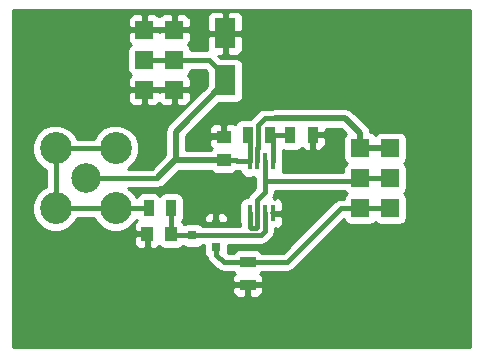
<source format=gbr>
G04 #@! TF.FileFunction,Copper,L1,Top,Signal*
%FSLAX46Y46*%
G04 Gerber Fmt 4.6, Leading zero omitted, Abs format (unit mm)*
G04 Created by KiCad (PCBNEW 201609251018+7233~55~ubuntu16.04.1-) date Thu Sep 29 13:16:48 2016*
%MOMM*%
%LPD*%
G01*
G04 APERTURE LIST*
%ADD10C,0.100000*%
%ADD11R,1.250000X1.000000*%
%ADD12R,1.000000X1.250000*%
%ADD13R,1.800860X2.499360*%
%ADD14R,1.524000X1.524000*%
%ADD15C,6.000000*%
%ADD16C,2.700000*%
%ADD17C,2.500000*%
%ADD18R,0.800100X0.800100*%
%ADD19R,0.889000X1.397000*%
%ADD20R,1.397000X0.889000*%
%ADD21R,0.450000X1.450000*%
%ADD22C,0.800000*%
%ADD23C,0.500000*%
%ADD24C,0.400000*%
%ADD25C,0.254000*%
G04 APERTURE END LIST*
D10*
D11*
X54356000Y-37100000D03*
X54356000Y-39100000D03*
D12*
X47895000Y-45339000D03*
X49895000Y-45339000D03*
D13*
X54483000Y-28354020D03*
X54483000Y-32351980D03*
D14*
X47625000Y-33147000D03*
X50165000Y-33147000D03*
X47625000Y-30607000D03*
X50165000Y-30607000D03*
X47625000Y-28067000D03*
X50165000Y-28067000D03*
X68453000Y-40640000D03*
X65913000Y-40640000D03*
X68453000Y-43180000D03*
X65913000Y-43180000D03*
X68453000Y-38100000D03*
X65913000Y-38100000D03*
D15*
X71120000Y-30480000D03*
X40640000Y-50800000D03*
X40640000Y-30480000D03*
X71120000Y-50800000D03*
D16*
X45212000Y-43180000D03*
X40132000Y-43180000D03*
X40132000Y-38100000D03*
X45212000Y-38100000D03*
D17*
X42672000Y-40640000D03*
D18*
X51706780Y-45466000D03*
X53705760Y-44516000D03*
X53705760Y-46416000D03*
D19*
X48006000Y-43180000D03*
X49911000Y-43180000D03*
D20*
X56388000Y-49657000D03*
X56388000Y-47752000D03*
D19*
X58293000Y-36957000D03*
X56388000Y-36957000D03*
X61912500Y-36957000D03*
X60007500Y-36957000D03*
D21*
X56556000Y-39202000D03*
X57206000Y-39202000D03*
X57856000Y-39202000D03*
X58506000Y-39202000D03*
X58506000Y-43602000D03*
X57856000Y-43602000D03*
X57206000Y-43602000D03*
X56556000Y-43602000D03*
D22*
X61722000Y-39116000D03*
X59690000Y-43688000D03*
X52324000Y-37084000D03*
X52324000Y-40640000D03*
X54356000Y-42164000D03*
X52070000Y-42164000D03*
D23*
X50222998Y-39100000D02*
X50292000Y-39030998D01*
X50292000Y-39030998D02*
X50292000Y-36703000D01*
X50292000Y-36703000D02*
X54483000Y-32512000D01*
X54483000Y-32512000D02*
X54483000Y-32351980D01*
X50222998Y-39100000D02*
X54356000Y-39100000D01*
D24*
X48768000Y-40554998D02*
X48682998Y-40640000D01*
D23*
X50222998Y-39100000D02*
X48768000Y-40554998D01*
D24*
X50165000Y-30607000D02*
X53087270Y-30607000D01*
X53087270Y-30607000D02*
X54483000Y-32002730D01*
X54483000Y-32002730D02*
X54483000Y-32351980D01*
X47625000Y-30607000D02*
X50165000Y-30607000D01*
X48682998Y-40640000D02*
X44457064Y-40640000D01*
X44457064Y-40640000D02*
X42689298Y-40640000D01*
X54356000Y-39100000D02*
X54231000Y-39100000D01*
X54356000Y-39100000D02*
X55381000Y-39100000D01*
X55381000Y-39100000D02*
X55483000Y-39202000D01*
X55483000Y-39202000D02*
X56556000Y-39202000D01*
X56556000Y-39202000D02*
X56556000Y-37125000D01*
X56556000Y-37125000D02*
X56388000Y-36957000D01*
D23*
X61912500Y-36957000D02*
X61912500Y-38925500D01*
X61912500Y-38925500D02*
X61722000Y-39116000D01*
X59690000Y-43688000D02*
X58617001Y-43688000D01*
X58617001Y-43688000D02*
X58531001Y-43602000D01*
X52324000Y-37084000D02*
X54340000Y-37084000D01*
X54340000Y-37084000D02*
X54356000Y-37100000D01*
X54356000Y-42164000D02*
X53848000Y-42164000D01*
X53848000Y-42164000D02*
X52324000Y-40640000D01*
X51755000Y-42479000D02*
X52070000Y-42164000D01*
D24*
X51706780Y-45466000D02*
X50022000Y-45466000D01*
X50022000Y-45466000D02*
X49895000Y-45339000D01*
X51706780Y-45466000D02*
X57490542Y-45466000D01*
X57490542Y-45466000D02*
X57856000Y-45100542D01*
X57856000Y-45100542D02*
X57856000Y-43602000D01*
X49895000Y-45339000D02*
X49895000Y-43196000D01*
X49895000Y-43196000D02*
X49911000Y-43180000D01*
X57856000Y-40894000D02*
X65532000Y-40894000D01*
X65532000Y-40894000D02*
X65786000Y-40640000D01*
X68453000Y-40640000D02*
X65913000Y-40640000D01*
X57206000Y-44727000D02*
X57206000Y-43602000D01*
X57067011Y-44865989D02*
X57206000Y-44727000D01*
X56694989Y-44865989D02*
X57067011Y-44865989D01*
X56556000Y-43602000D02*
X56556000Y-44727000D01*
X56556000Y-44727000D02*
X56694989Y-44865989D01*
X57181000Y-43602000D02*
X57206000Y-43602000D01*
X57856000Y-40894000D02*
X57856000Y-40327000D01*
X57856000Y-41827000D02*
X57856000Y-40894000D01*
X57206000Y-43602000D02*
X57206000Y-42477000D01*
X57206000Y-42477000D02*
X57856000Y-41827000D01*
X57856000Y-40327000D02*
X57856000Y-39202000D01*
X65913000Y-43180000D02*
X68453000Y-43180000D01*
X64262000Y-43180000D02*
X65913000Y-43180000D01*
X56388000Y-47752000D02*
X59690000Y-47752000D01*
X59690000Y-47752000D02*
X64262000Y-43180000D01*
X53705760Y-46416000D02*
X53705760Y-47101760D01*
X53705760Y-47101760D02*
X54356000Y-47752000D01*
X54356000Y-47752000D02*
X56388000Y-47752000D01*
X64408000Y-35560000D02*
X58674000Y-35560000D01*
X58674000Y-35560000D02*
X57826998Y-35560000D01*
D23*
X65913000Y-38100000D02*
X65913000Y-36838000D01*
X65913000Y-36838000D02*
X64635000Y-35560000D01*
X64635000Y-35560000D02*
X58674000Y-35560000D01*
X68453000Y-38100000D02*
X65913000Y-38100000D01*
D24*
X57826998Y-35560000D02*
X57232501Y-36154497D01*
X57232501Y-36154497D02*
X57232501Y-38050499D01*
X57232501Y-38050499D02*
X57206000Y-38077000D01*
X57206000Y-38077000D02*
X57206000Y-39202000D01*
X40149298Y-38100000D02*
X45229298Y-38100000D01*
X40149298Y-43180000D02*
X40149298Y-41270812D01*
X40149298Y-41270812D02*
X40149298Y-38100000D01*
X45229298Y-43180000D02*
X40149298Y-43180000D01*
X48006000Y-43180000D02*
X45229298Y-43180000D01*
X58293000Y-36957000D02*
X60007500Y-36957000D01*
X58506000Y-39202000D02*
X58506000Y-37170000D01*
X58506000Y-37170000D02*
X58293000Y-36957000D01*
D25*
G36*
X75236000Y-54916000D02*
X36524000Y-54916000D01*
X36524000Y-49942750D01*
X55054500Y-49942750D01*
X55054500Y-50227809D01*
X55151173Y-50461198D01*
X55329801Y-50639827D01*
X55563190Y-50736500D01*
X56102250Y-50736500D01*
X56261000Y-50577750D01*
X56261000Y-49784000D01*
X56515000Y-49784000D01*
X56515000Y-50577750D01*
X56673750Y-50736500D01*
X57212810Y-50736500D01*
X57446199Y-50639827D01*
X57624827Y-50461198D01*
X57721500Y-50227809D01*
X57721500Y-49942750D01*
X57562750Y-49784000D01*
X56515000Y-49784000D01*
X56261000Y-49784000D01*
X55213250Y-49784000D01*
X55054500Y-49942750D01*
X36524000Y-49942750D01*
X36524000Y-45624750D01*
X46760000Y-45624750D01*
X46760000Y-46090310D01*
X46856673Y-46323699D01*
X47035302Y-46502327D01*
X47268691Y-46599000D01*
X47609250Y-46599000D01*
X47768000Y-46440250D01*
X47768000Y-45466000D01*
X46918750Y-45466000D01*
X46760000Y-45624750D01*
X36524000Y-45624750D01*
X36524000Y-38493109D01*
X38146657Y-38493109D01*
X38448218Y-39222943D01*
X39006120Y-39781819D01*
X39314298Y-39909786D01*
X39314298Y-41370095D01*
X39009057Y-41496218D01*
X38450181Y-42054120D01*
X38147346Y-42783427D01*
X38146657Y-43573109D01*
X38448218Y-44302943D01*
X39006120Y-44861819D01*
X39735427Y-45164654D01*
X40525109Y-45165343D01*
X41254943Y-44863782D01*
X41813819Y-44305880D01*
X41934603Y-44015000D01*
X43409242Y-44015000D01*
X43528218Y-44302943D01*
X44086120Y-44861819D01*
X44815427Y-45164654D01*
X45605109Y-45165343D01*
X46334943Y-44863782D01*
X46893819Y-44305880D01*
X46966463Y-44130934D01*
X47011956Y-44199019D01*
X46856673Y-44354301D01*
X46760000Y-44587690D01*
X46760000Y-45053250D01*
X46918750Y-45212000D01*
X47768000Y-45212000D01*
X47768000Y-45192000D01*
X48022000Y-45192000D01*
X48022000Y-45212000D01*
X48042000Y-45212000D01*
X48042000Y-45466000D01*
X48022000Y-45466000D01*
X48022000Y-46440250D01*
X48180750Y-46599000D01*
X48521309Y-46599000D01*
X48754698Y-46502327D01*
X48896346Y-46360680D01*
X48937191Y-46421809D01*
X49147235Y-46562157D01*
X49395000Y-46611440D01*
X50395000Y-46611440D01*
X50642765Y-46562157D01*
X50852809Y-46421809D01*
X50896856Y-46355888D01*
X51058965Y-46464207D01*
X51306730Y-46513490D01*
X52106830Y-46513490D01*
X52354595Y-46464207D01*
X52564639Y-46323859D01*
X52579913Y-46301000D01*
X52658270Y-46301000D01*
X52658270Y-46816050D01*
X52707553Y-47063815D01*
X52847901Y-47273859D01*
X52913744Y-47317854D01*
X52934321Y-47421301D01*
X52962511Y-47463490D01*
X53115326Y-47692194D01*
X53765566Y-48342434D01*
X54036459Y-48523439D01*
X54356000Y-48587000D01*
X55186716Y-48587000D01*
X55231691Y-48654309D01*
X55302411Y-48701563D01*
X55151173Y-48852802D01*
X55054500Y-49086191D01*
X55054500Y-49371250D01*
X55213250Y-49530000D01*
X56261000Y-49530000D01*
X56261000Y-49510000D01*
X56515000Y-49510000D01*
X56515000Y-49530000D01*
X57562750Y-49530000D01*
X57721500Y-49371250D01*
X57721500Y-49086191D01*
X57624827Y-48852802D01*
X57473589Y-48701563D01*
X57544309Y-48654309D01*
X57589284Y-48587000D01*
X59690000Y-48587000D01*
X60009541Y-48523439D01*
X60280434Y-48342434D01*
X64532977Y-44089891D01*
X64552843Y-44189765D01*
X64693191Y-44399809D01*
X64903235Y-44540157D01*
X65151000Y-44589440D01*
X66675000Y-44589440D01*
X66922765Y-44540157D01*
X67132809Y-44399809D01*
X67183000Y-44324693D01*
X67233191Y-44399809D01*
X67443235Y-44540157D01*
X67691000Y-44589440D01*
X69215000Y-44589440D01*
X69462765Y-44540157D01*
X69672809Y-44399809D01*
X69813157Y-44189765D01*
X69862440Y-43942000D01*
X69862440Y-42418000D01*
X69813157Y-42170235D01*
X69672809Y-41960191D01*
X69597693Y-41910000D01*
X69672809Y-41859809D01*
X69813157Y-41649765D01*
X69862440Y-41402000D01*
X69862440Y-39878000D01*
X69813157Y-39630235D01*
X69672809Y-39420191D01*
X69597693Y-39370000D01*
X69672809Y-39319809D01*
X69813157Y-39109765D01*
X69862440Y-38862000D01*
X69862440Y-37338000D01*
X69813157Y-37090235D01*
X69672809Y-36880191D01*
X69462765Y-36739843D01*
X69215000Y-36690560D01*
X67691000Y-36690560D01*
X67443235Y-36739843D01*
X67233191Y-36880191D01*
X67183000Y-36955307D01*
X67132809Y-36880191D01*
X66922765Y-36739843D01*
X66772532Y-36709960D01*
X66730633Y-36499326D01*
X66730633Y-36499325D01*
X66538790Y-36212210D01*
X66538787Y-36212208D01*
X65260790Y-34934210D01*
X64973675Y-34742367D01*
X64886366Y-34725000D01*
X64635000Y-34674999D01*
X64634995Y-34675000D01*
X58674000Y-34675000D01*
X58422634Y-34725000D01*
X57826998Y-34725000D01*
X57507458Y-34788560D01*
X57236564Y-34969566D01*
X56642067Y-35564063D01*
X56610665Y-35611060D01*
X55943500Y-35611060D01*
X55695735Y-35660343D01*
X55485691Y-35800691D01*
X55345343Y-36010735D01*
X55335629Y-36059573D01*
X55107310Y-35965000D01*
X54641750Y-35965000D01*
X54483000Y-36123750D01*
X54483000Y-36973000D01*
X54503000Y-36973000D01*
X54503000Y-37227000D01*
X54483000Y-37227000D01*
X54483000Y-37247000D01*
X54229000Y-37247000D01*
X54229000Y-37227000D01*
X53254750Y-37227000D01*
X53096000Y-37385750D01*
X53096000Y-37726309D01*
X53192673Y-37959698D01*
X53334320Y-38101346D01*
X53273191Y-38142191D01*
X53224541Y-38215000D01*
X51177000Y-38215000D01*
X51177000Y-37069580D01*
X51772888Y-36473691D01*
X53096000Y-36473691D01*
X53096000Y-36814250D01*
X53254750Y-36973000D01*
X54229000Y-36973000D01*
X54229000Y-36123750D01*
X54070250Y-35965000D01*
X53604690Y-35965000D01*
X53371301Y-36061673D01*
X53192673Y-36240302D01*
X53096000Y-36473691D01*
X51772888Y-36473691D01*
X53997479Y-34249100D01*
X55383430Y-34249100D01*
X55631195Y-34199817D01*
X55841239Y-34059469D01*
X55981587Y-33849425D01*
X56030870Y-33601660D01*
X56030870Y-31102300D01*
X55981587Y-30854535D01*
X55841239Y-30644491D01*
X55631195Y-30504143D01*
X55383430Y-30454860D01*
X54115998Y-30454860D01*
X53899838Y-30238700D01*
X54197250Y-30238700D01*
X54356000Y-30079950D01*
X54356000Y-28481020D01*
X54610000Y-28481020D01*
X54610000Y-30079950D01*
X54768750Y-30238700D01*
X55509740Y-30238700D01*
X55743129Y-30142027D01*
X55921757Y-29963398D01*
X56018430Y-29730009D01*
X56018430Y-28639770D01*
X55859680Y-28481020D01*
X54610000Y-28481020D01*
X54356000Y-28481020D01*
X53106320Y-28481020D01*
X52947570Y-28639770D01*
X52947570Y-29730009D01*
X52964963Y-29772000D01*
X51559920Y-29772000D01*
X51525157Y-29597235D01*
X51384809Y-29387191D01*
X51314088Y-29339937D01*
X51465327Y-29188699D01*
X51562000Y-28955310D01*
X51562000Y-28352750D01*
X51403250Y-28194000D01*
X50292000Y-28194000D01*
X50292000Y-28214000D01*
X50038000Y-28214000D01*
X50038000Y-28194000D01*
X48926750Y-28194000D01*
X48895000Y-28225750D01*
X48863250Y-28194000D01*
X47752000Y-28194000D01*
X47752000Y-28214000D01*
X47498000Y-28214000D01*
X47498000Y-28194000D01*
X46386750Y-28194000D01*
X46228000Y-28352750D01*
X46228000Y-28955310D01*
X46324673Y-29188699D01*
X46475912Y-29339937D01*
X46405191Y-29387191D01*
X46264843Y-29597235D01*
X46215560Y-29845000D01*
X46215560Y-31369000D01*
X46264843Y-31616765D01*
X46405191Y-31826809D01*
X46475912Y-31874063D01*
X46324673Y-32025301D01*
X46228000Y-32258690D01*
X46228000Y-32861250D01*
X46386750Y-33020000D01*
X47498000Y-33020000D01*
X47498000Y-33000000D01*
X47752000Y-33000000D01*
X47752000Y-33020000D01*
X48863250Y-33020000D01*
X48895000Y-32988250D01*
X48926750Y-33020000D01*
X50038000Y-33020000D01*
X50038000Y-33000000D01*
X50292000Y-33000000D01*
X50292000Y-33020000D01*
X51403250Y-33020000D01*
X51562000Y-32861250D01*
X51562000Y-32258690D01*
X51465327Y-32025301D01*
X51314088Y-31874063D01*
X51384809Y-31826809D01*
X51525157Y-31616765D01*
X51559920Y-31442000D01*
X52741402Y-31442000D01*
X52935130Y-31635728D01*
X52935130Y-32808291D01*
X49666210Y-36077210D01*
X49474367Y-36364325D01*
X49474367Y-36364326D01*
X49406999Y-36703000D01*
X49407000Y-36703005D01*
X49407000Y-38664419D01*
X48266418Y-39805000D01*
X46283591Y-39805000D01*
X46334943Y-39783782D01*
X46893819Y-39225880D01*
X47196654Y-38496573D01*
X47197343Y-37706891D01*
X46895782Y-36977057D01*
X46337880Y-36418181D01*
X45608573Y-36115346D01*
X44818891Y-36114657D01*
X44089057Y-36416218D01*
X43530181Y-36974120D01*
X43409397Y-37265000D01*
X41934758Y-37265000D01*
X41815782Y-36977057D01*
X41257880Y-36418181D01*
X40528573Y-36115346D01*
X39738891Y-36114657D01*
X39009057Y-36416218D01*
X38450181Y-36974120D01*
X38147346Y-37703427D01*
X38146657Y-38493109D01*
X36524000Y-38493109D01*
X36524000Y-33432750D01*
X46228000Y-33432750D01*
X46228000Y-34035310D01*
X46324673Y-34268699D01*
X46503302Y-34447327D01*
X46736691Y-34544000D01*
X47339250Y-34544000D01*
X47498000Y-34385250D01*
X47498000Y-33274000D01*
X47752000Y-33274000D01*
X47752000Y-34385250D01*
X47910750Y-34544000D01*
X48513309Y-34544000D01*
X48746698Y-34447327D01*
X48895000Y-34299026D01*
X49043302Y-34447327D01*
X49276691Y-34544000D01*
X49879250Y-34544000D01*
X50038000Y-34385250D01*
X50038000Y-33274000D01*
X50292000Y-33274000D01*
X50292000Y-34385250D01*
X50450750Y-34544000D01*
X51053309Y-34544000D01*
X51286698Y-34447327D01*
X51465327Y-34268699D01*
X51562000Y-34035310D01*
X51562000Y-33432750D01*
X51403250Y-33274000D01*
X50292000Y-33274000D01*
X50038000Y-33274000D01*
X48926750Y-33274000D01*
X48895000Y-33305750D01*
X48863250Y-33274000D01*
X47752000Y-33274000D01*
X47498000Y-33274000D01*
X46386750Y-33274000D01*
X46228000Y-33432750D01*
X36524000Y-33432750D01*
X36524000Y-27178690D01*
X46228000Y-27178690D01*
X46228000Y-27781250D01*
X46386750Y-27940000D01*
X47498000Y-27940000D01*
X47498000Y-26828750D01*
X47752000Y-26828750D01*
X47752000Y-27940000D01*
X48863250Y-27940000D01*
X48895000Y-27908250D01*
X48926750Y-27940000D01*
X50038000Y-27940000D01*
X50038000Y-26828750D01*
X50292000Y-26828750D01*
X50292000Y-27940000D01*
X51403250Y-27940000D01*
X51562000Y-27781250D01*
X51562000Y-27178690D01*
X51478885Y-26978031D01*
X52947570Y-26978031D01*
X52947570Y-28068270D01*
X53106320Y-28227020D01*
X54356000Y-28227020D01*
X54356000Y-26628090D01*
X54610000Y-26628090D01*
X54610000Y-28227020D01*
X55859680Y-28227020D01*
X56018430Y-28068270D01*
X56018430Y-26978031D01*
X55921757Y-26744642D01*
X55743129Y-26566013D01*
X55509740Y-26469340D01*
X54768750Y-26469340D01*
X54610000Y-26628090D01*
X54356000Y-26628090D01*
X54197250Y-26469340D01*
X53456260Y-26469340D01*
X53222871Y-26566013D01*
X53044243Y-26744642D01*
X52947570Y-26978031D01*
X51478885Y-26978031D01*
X51465327Y-26945301D01*
X51286698Y-26766673D01*
X51053309Y-26670000D01*
X50450750Y-26670000D01*
X50292000Y-26828750D01*
X50038000Y-26828750D01*
X49879250Y-26670000D01*
X49276691Y-26670000D01*
X49043302Y-26766673D01*
X48895000Y-26914974D01*
X48746698Y-26766673D01*
X48513309Y-26670000D01*
X47910750Y-26670000D01*
X47752000Y-26828750D01*
X47498000Y-26828750D01*
X47339250Y-26670000D01*
X46736691Y-26670000D01*
X46503302Y-26766673D01*
X46324673Y-26945301D01*
X46228000Y-27178690D01*
X36524000Y-27178690D01*
X36524000Y-26364000D01*
X75236000Y-26364000D01*
X75236000Y-54916000D01*
X75236000Y-54916000D01*
G37*
X75236000Y-54916000D02*
X36524000Y-54916000D01*
X36524000Y-49942750D01*
X55054500Y-49942750D01*
X55054500Y-50227809D01*
X55151173Y-50461198D01*
X55329801Y-50639827D01*
X55563190Y-50736500D01*
X56102250Y-50736500D01*
X56261000Y-50577750D01*
X56261000Y-49784000D01*
X56515000Y-49784000D01*
X56515000Y-50577750D01*
X56673750Y-50736500D01*
X57212810Y-50736500D01*
X57446199Y-50639827D01*
X57624827Y-50461198D01*
X57721500Y-50227809D01*
X57721500Y-49942750D01*
X57562750Y-49784000D01*
X56515000Y-49784000D01*
X56261000Y-49784000D01*
X55213250Y-49784000D01*
X55054500Y-49942750D01*
X36524000Y-49942750D01*
X36524000Y-45624750D01*
X46760000Y-45624750D01*
X46760000Y-46090310D01*
X46856673Y-46323699D01*
X47035302Y-46502327D01*
X47268691Y-46599000D01*
X47609250Y-46599000D01*
X47768000Y-46440250D01*
X47768000Y-45466000D01*
X46918750Y-45466000D01*
X46760000Y-45624750D01*
X36524000Y-45624750D01*
X36524000Y-38493109D01*
X38146657Y-38493109D01*
X38448218Y-39222943D01*
X39006120Y-39781819D01*
X39314298Y-39909786D01*
X39314298Y-41370095D01*
X39009057Y-41496218D01*
X38450181Y-42054120D01*
X38147346Y-42783427D01*
X38146657Y-43573109D01*
X38448218Y-44302943D01*
X39006120Y-44861819D01*
X39735427Y-45164654D01*
X40525109Y-45165343D01*
X41254943Y-44863782D01*
X41813819Y-44305880D01*
X41934603Y-44015000D01*
X43409242Y-44015000D01*
X43528218Y-44302943D01*
X44086120Y-44861819D01*
X44815427Y-45164654D01*
X45605109Y-45165343D01*
X46334943Y-44863782D01*
X46893819Y-44305880D01*
X46966463Y-44130934D01*
X47011956Y-44199019D01*
X46856673Y-44354301D01*
X46760000Y-44587690D01*
X46760000Y-45053250D01*
X46918750Y-45212000D01*
X47768000Y-45212000D01*
X47768000Y-45192000D01*
X48022000Y-45192000D01*
X48022000Y-45212000D01*
X48042000Y-45212000D01*
X48042000Y-45466000D01*
X48022000Y-45466000D01*
X48022000Y-46440250D01*
X48180750Y-46599000D01*
X48521309Y-46599000D01*
X48754698Y-46502327D01*
X48896346Y-46360680D01*
X48937191Y-46421809D01*
X49147235Y-46562157D01*
X49395000Y-46611440D01*
X50395000Y-46611440D01*
X50642765Y-46562157D01*
X50852809Y-46421809D01*
X50896856Y-46355888D01*
X51058965Y-46464207D01*
X51306730Y-46513490D01*
X52106830Y-46513490D01*
X52354595Y-46464207D01*
X52564639Y-46323859D01*
X52579913Y-46301000D01*
X52658270Y-46301000D01*
X52658270Y-46816050D01*
X52707553Y-47063815D01*
X52847901Y-47273859D01*
X52913744Y-47317854D01*
X52934321Y-47421301D01*
X52962511Y-47463490D01*
X53115326Y-47692194D01*
X53765566Y-48342434D01*
X54036459Y-48523439D01*
X54356000Y-48587000D01*
X55186716Y-48587000D01*
X55231691Y-48654309D01*
X55302411Y-48701563D01*
X55151173Y-48852802D01*
X55054500Y-49086191D01*
X55054500Y-49371250D01*
X55213250Y-49530000D01*
X56261000Y-49530000D01*
X56261000Y-49510000D01*
X56515000Y-49510000D01*
X56515000Y-49530000D01*
X57562750Y-49530000D01*
X57721500Y-49371250D01*
X57721500Y-49086191D01*
X57624827Y-48852802D01*
X57473589Y-48701563D01*
X57544309Y-48654309D01*
X57589284Y-48587000D01*
X59690000Y-48587000D01*
X60009541Y-48523439D01*
X60280434Y-48342434D01*
X64532977Y-44089891D01*
X64552843Y-44189765D01*
X64693191Y-44399809D01*
X64903235Y-44540157D01*
X65151000Y-44589440D01*
X66675000Y-44589440D01*
X66922765Y-44540157D01*
X67132809Y-44399809D01*
X67183000Y-44324693D01*
X67233191Y-44399809D01*
X67443235Y-44540157D01*
X67691000Y-44589440D01*
X69215000Y-44589440D01*
X69462765Y-44540157D01*
X69672809Y-44399809D01*
X69813157Y-44189765D01*
X69862440Y-43942000D01*
X69862440Y-42418000D01*
X69813157Y-42170235D01*
X69672809Y-41960191D01*
X69597693Y-41910000D01*
X69672809Y-41859809D01*
X69813157Y-41649765D01*
X69862440Y-41402000D01*
X69862440Y-39878000D01*
X69813157Y-39630235D01*
X69672809Y-39420191D01*
X69597693Y-39370000D01*
X69672809Y-39319809D01*
X69813157Y-39109765D01*
X69862440Y-38862000D01*
X69862440Y-37338000D01*
X69813157Y-37090235D01*
X69672809Y-36880191D01*
X69462765Y-36739843D01*
X69215000Y-36690560D01*
X67691000Y-36690560D01*
X67443235Y-36739843D01*
X67233191Y-36880191D01*
X67183000Y-36955307D01*
X67132809Y-36880191D01*
X66922765Y-36739843D01*
X66772532Y-36709960D01*
X66730633Y-36499326D01*
X66730633Y-36499325D01*
X66538790Y-36212210D01*
X66538787Y-36212208D01*
X65260790Y-34934210D01*
X64973675Y-34742367D01*
X64886366Y-34725000D01*
X64635000Y-34674999D01*
X64634995Y-34675000D01*
X58674000Y-34675000D01*
X58422634Y-34725000D01*
X57826998Y-34725000D01*
X57507458Y-34788560D01*
X57236564Y-34969566D01*
X56642067Y-35564063D01*
X56610665Y-35611060D01*
X55943500Y-35611060D01*
X55695735Y-35660343D01*
X55485691Y-35800691D01*
X55345343Y-36010735D01*
X55335629Y-36059573D01*
X55107310Y-35965000D01*
X54641750Y-35965000D01*
X54483000Y-36123750D01*
X54483000Y-36973000D01*
X54503000Y-36973000D01*
X54503000Y-37227000D01*
X54483000Y-37227000D01*
X54483000Y-37247000D01*
X54229000Y-37247000D01*
X54229000Y-37227000D01*
X53254750Y-37227000D01*
X53096000Y-37385750D01*
X53096000Y-37726309D01*
X53192673Y-37959698D01*
X53334320Y-38101346D01*
X53273191Y-38142191D01*
X53224541Y-38215000D01*
X51177000Y-38215000D01*
X51177000Y-37069580D01*
X51772888Y-36473691D01*
X53096000Y-36473691D01*
X53096000Y-36814250D01*
X53254750Y-36973000D01*
X54229000Y-36973000D01*
X54229000Y-36123750D01*
X54070250Y-35965000D01*
X53604690Y-35965000D01*
X53371301Y-36061673D01*
X53192673Y-36240302D01*
X53096000Y-36473691D01*
X51772888Y-36473691D01*
X53997479Y-34249100D01*
X55383430Y-34249100D01*
X55631195Y-34199817D01*
X55841239Y-34059469D01*
X55981587Y-33849425D01*
X56030870Y-33601660D01*
X56030870Y-31102300D01*
X55981587Y-30854535D01*
X55841239Y-30644491D01*
X55631195Y-30504143D01*
X55383430Y-30454860D01*
X54115998Y-30454860D01*
X53899838Y-30238700D01*
X54197250Y-30238700D01*
X54356000Y-30079950D01*
X54356000Y-28481020D01*
X54610000Y-28481020D01*
X54610000Y-30079950D01*
X54768750Y-30238700D01*
X55509740Y-30238700D01*
X55743129Y-30142027D01*
X55921757Y-29963398D01*
X56018430Y-29730009D01*
X56018430Y-28639770D01*
X55859680Y-28481020D01*
X54610000Y-28481020D01*
X54356000Y-28481020D01*
X53106320Y-28481020D01*
X52947570Y-28639770D01*
X52947570Y-29730009D01*
X52964963Y-29772000D01*
X51559920Y-29772000D01*
X51525157Y-29597235D01*
X51384809Y-29387191D01*
X51314088Y-29339937D01*
X51465327Y-29188699D01*
X51562000Y-28955310D01*
X51562000Y-28352750D01*
X51403250Y-28194000D01*
X50292000Y-28194000D01*
X50292000Y-28214000D01*
X50038000Y-28214000D01*
X50038000Y-28194000D01*
X48926750Y-28194000D01*
X48895000Y-28225750D01*
X48863250Y-28194000D01*
X47752000Y-28194000D01*
X47752000Y-28214000D01*
X47498000Y-28214000D01*
X47498000Y-28194000D01*
X46386750Y-28194000D01*
X46228000Y-28352750D01*
X46228000Y-28955310D01*
X46324673Y-29188699D01*
X46475912Y-29339937D01*
X46405191Y-29387191D01*
X46264843Y-29597235D01*
X46215560Y-29845000D01*
X46215560Y-31369000D01*
X46264843Y-31616765D01*
X46405191Y-31826809D01*
X46475912Y-31874063D01*
X46324673Y-32025301D01*
X46228000Y-32258690D01*
X46228000Y-32861250D01*
X46386750Y-33020000D01*
X47498000Y-33020000D01*
X47498000Y-33000000D01*
X47752000Y-33000000D01*
X47752000Y-33020000D01*
X48863250Y-33020000D01*
X48895000Y-32988250D01*
X48926750Y-33020000D01*
X50038000Y-33020000D01*
X50038000Y-33000000D01*
X50292000Y-33000000D01*
X50292000Y-33020000D01*
X51403250Y-33020000D01*
X51562000Y-32861250D01*
X51562000Y-32258690D01*
X51465327Y-32025301D01*
X51314088Y-31874063D01*
X51384809Y-31826809D01*
X51525157Y-31616765D01*
X51559920Y-31442000D01*
X52741402Y-31442000D01*
X52935130Y-31635728D01*
X52935130Y-32808291D01*
X49666210Y-36077210D01*
X49474367Y-36364325D01*
X49474367Y-36364326D01*
X49406999Y-36703000D01*
X49407000Y-36703005D01*
X49407000Y-38664419D01*
X48266418Y-39805000D01*
X46283591Y-39805000D01*
X46334943Y-39783782D01*
X46893819Y-39225880D01*
X47196654Y-38496573D01*
X47197343Y-37706891D01*
X46895782Y-36977057D01*
X46337880Y-36418181D01*
X45608573Y-36115346D01*
X44818891Y-36114657D01*
X44089057Y-36416218D01*
X43530181Y-36974120D01*
X43409397Y-37265000D01*
X41934758Y-37265000D01*
X41815782Y-36977057D01*
X41257880Y-36418181D01*
X40528573Y-36115346D01*
X39738891Y-36114657D01*
X39009057Y-36416218D01*
X38450181Y-36974120D01*
X38147346Y-37703427D01*
X38146657Y-38493109D01*
X36524000Y-38493109D01*
X36524000Y-33432750D01*
X46228000Y-33432750D01*
X46228000Y-34035310D01*
X46324673Y-34268699D01*
X46503302Y-34447327D01*
X46736691Y-34544000D01*
X47339250Y-34544000D01*
X47498000Y-34385250D01*
X47498000Y-33274000D01*
X47752000Y-33274000D01*
X47752000Y-34385250D01*
X47910750Y-34544000D01*
X48513309Y-34544000D01*
X48746698Y-34447327D01*
X48895000Y-34299026D01*
X49043302Y-34447327D01*
X49276691Y-34544000D01*
X49879250Y-34544000D01*
X50038000Y-34385250D01*
X50038000Y-33274000D01*
X50292000Y-33274000D01*
X50292000Y-34385250D01*
X50450750Y-34544000D01*
X51053309Y-34544000D01*
X51286698Y-34447327D01*
X51465327Y-34268699D01*
X51562000Y-34035310D01*
X51562000Y-33432750D01*
X51403250Y-33274000D01*
X50292000Y-33274000D01*
X50038000Y-33274000D01*
X48926750Y-33274000D01*
X48895000Y-33305750D01*
X48863250Y-33274000D01*
X47752000Y-33274000D01*
X47498000Y-33274000D01*
X46386750Y-33274000D01*
X46228000Y-33432750D01*
X36524000Y-33432750D01*
X36524000Y-27178690D01*
X46228000Y-27178690D01*
X46228000Y-27781250D01*
X46386750Y-27940000D01*
X47498000Y-27940000D01*
X47498000Y-26828750D01*
X47752000Y-26828750D01*
X47752000Y-27940000D01*
X48863250Y-27940000D01*
X48895000Y-27908250D01*
X48926750Y-27940000D01*
X50038000Y-27940000D01*
X50038000Y-26828750D01*
X50292000Y-26828750D01*
X50292000Y-27940000D01*
X51403250Y-27940000D01*
X51562000Y-27781250D01*
X51562000Y-27178690D01*
X51478885Y-26978031D01*
X52947570Y-26978031D01*
X52947570Y-28068270D01*
X53106320Y-28227020D01*
X54356000Y-28227020D01*
X54356000Y-26628090D01*
X54610000Y-26628090D01*
X54610000Y-28227020D01*
X55859680Y-28227020D01*
X56018430Y-28068270D01*
X56018430Y-26978031D01*
X55921757Y-26744642D01*
X55743129Y-26566013D01*
X55509740Y-26469340D01*
X54768750Y-26469340D01*
X54610000Y-26628090D01*
X54356000Y-26628090D01*
X54197250Y-26469340D01*
X53456260Y-26469340D01*
X53222871Y-26566013D01*
X53044243Y-26744642D01*
X52947570Y-26978031D01*
X51478885Y-26978031D01*
X51465327Y-26945301D01*
X51286698Y-26766673D01*
X51053309Y-26670000D01*
X50450750Y-26670000D01*
X50292000Y-26828750D01*
X50038000Y-26828750D01*
X49879250Y-26670000D01*
X49276691Y-26670000D01*
X49043302Y-26766673D01*
X48895000Y-26914974D01*
X48746698Y-26766673D01*
X48513309Y-26670000D01*
X47910750Y-26670000D01*
X47752000Y-26828750D01*
X47498000Y-26828750D01*
X47339250Y-26670000D01*
X46736691Y-26670000D01*
X46503302Y-26766673D01*
X46324673Y-26945301D01*
X46228000Y-27178690D01*
X36524000Y-27178690D01*
X36524000Y-26364000D01*
X75236000Y-26364000D01*
X75236000Y-54916000D01*
G36*
X64693191Y-41859809D02*
X64768307Y-41910000D01*
X64693191Y-41960191D01*
X64552843Y-42170235D01*
X64518080Y-42345000D01*
X64262000Y-42345000D01*
X63942459Y-42408561D01*
X63779717Y-42517302D01*
X63671566Y-42589566D01*
X59344132Y-46917000D01*
X57589284Y-46917000D01*
X57544309Y-46849691D01*
X57334265Y-46709343D01*
X57086500Y-46660060D01*
X55689500Y-46660060D01*
X55441735Y-46709343D01*
X55231691Y-46849691D01*
X55186716Y-46917000D01*
X54733170Y-46917000D01*
X54753250Y-46816050D01*
X54753250Y-46301000D01*
X57490542Y-46301000D01*
X57810083Y-46237439D01*
X58080976Y-46056434D01*
X58446434Y-45690976D01*
X58627440Y-45420082D01*
X58691000Y-45100542D01*
X58691000Y-44875750D01*
X58777250Y-44962000D01*
X58857310Y-44962000D01*
X59090699Y-44865327D01*
X59269327Y-44686698D01*
X59366000Y-44453309D01*
X59366000Y-43887750D01*
X59207250Y-43729000D01*
X58728440Y-43729000D01*
X58728440Y-43475000D01*
X59207250Y-43475000D01*
X59366000Y-43316250D01*
X59366000Y-42750691D01*
X59269327Y-42517302D01*
X59090699Y-42338673D01*
X58857310Y-42242000D01*
X58777250Y-42242000D01*
X58633002Y-42386248D01*
X58633002Y-42242000D01*
X58563655Y-42242000D01*
X58627439Y-42146541D01*
X58691000Y-41827000D01*
X58691000Y-41729000D01*
X64605787Y-41729000D01*
X64693191Y-41859809D01*
X64693191Y-41859809D01*
G37*
X64693191Y-41859809D02*
X64768307Y-41910000D01*
X64693191Y-41960191D01*
X64552843Y-42170235D01*
X64518080Y-42345000D01*
X64262000Y-42345000D01*
X63942459Y-42408561D01*
X63779717Y-42517302D01*
X63671566Y-42589566D01*
X59344132Y-46917000D01*
X57589284Y-46917000D01*
X57544309Y-46849691D01*
X57334265Y-46709343D01*
X57086500Y-46660060D01*
X55689500Y-46660060D01*
X55441735Y-46709343D01*
X55231691Y-46849691D01*
X55186716Y-46917000D01*
X54733170Y-46917000D01*
X54753250Y-46816050D01*
X54753250Y-46301000D01*
X57490542Y-46301000D01*
X57810083Y-46237439D01*
X58080976Y-46056434D01*
X58446434Y-45690976D01*
X58627440Y-45420082D01*
X58691000Y-45100542D01*
X58691000Y-44875750D01*
X58777250Y-44962000D01*
X58857310Y-44962000D01*
X59090699Y-44865327D01*
X59269327Y-44686698D01*
X59366000Y-44453309D01*
X59366000Y-43887750D01*
X59207250Y-43729000D01*
X58728440Y-43729000D01*
X58728440Y-43475000D01*
X59207250Y-43475000D01*
X59366000Y-43316250D01*
X59366000Y-42750691D01*
X59269327Y-42517302D01*
X59090699Y-42338673D01*
X58857310Y-42242000D01*
X58777250Y-42242000D01*
X58633002Y-42386248D01*
X58633002Y-42242000D01*
X58563655Y-42242000D01*
X58627439Y-42146541D01*
X58691000Y-41827000D01*
X58691000Y-41729000D01*
X64605787Y-41729000D01*
X64693191Y-41859809D01*
G36*
X53273191Y-40057809D02*
X53483235Y-40198157D01*
X53731000Y-40247440D01*
X54981000Y-40247440D01*
X55228765Y-40198157D01*
X55438809Y-40057809D01*
X55456266Y-40031682D01*
X55483000Y-40037000D01*
X55705440Y-40037000D01*
X55732843Y-40174765D01*
X55873191Y-40384809D01*
X56083235Y-40525157D01*
X56331000Y-40574440D01*
X56781000Y-40574440D01*
X56881000Y-40554549D01*
X56981000Y-40574440D01*
X57021000Y-40574440D01*
X57021000Y-41481132D01*
X56615566Y-41886566D01*
X56434561Y-42157459D01*
X56420219Y-42229560D01*
X56331000Y-42229560D01*
X56083235Y-42278843D01*
X55873191Y-42419191D01*
X55732843Y-42629235D01*
X55683560Y-42877000D01*
X55683560Y-44327000D01*
X55721000Y-44515226D01*
X55721000Y-44631000D01*
X52579913Y-44631000D01*
X52564639Y-44608141D01*
X52354595Y-44467793D01*
X52106830Y-44418510D01*
X51306730Y-44418510D01*
X51058965Y-44467793D01*
X51001151Y-44506423D01*
X50993157Y-44466235D01*
X50859826Y-44266692D01*
X50953657Y-44126265D01*
X50980832Y-43989641D01*
X52670710Y-43989641D01*
X52670710Y-44230250D01*
X52829460Y-44389000D01*
X53578760Y-44389000D01*
X53578760Y-43639700D01*
X53832760Y-43639700D01*
X53832760Y-44389000D01*
X54582060Y-44389000D01*
X54740810Y-44230250D01*
X54740810Y-43989641D01*
X54644137Y-43756252D01*
X54465509Y-43577623D01*
X54232120Y-43480950D01*
X53991510Y-43480950D01*
X53832760Y-43639700D01*
X53578760Y-43639700D01*
X53420010Y-43480950D01*
X53179400Y-43480950D01*
X52946011Y-43577623D01*
X52767383Y-43756252D01*
X52670710Y-43989641D01*
X50980832Y-43989641D01*
X51002940Y-43878500D01*
X51002940Y-42481500D01*
X50953657Y-42233735D01*
X50813309Y-42023691D01*
X50603265Y-41883343D01*
X50355500Y-41834060D01*
X49466500Y-41834060D01*
X49218735Y-41883343D01*
X49008691Y-42023691D01*
X48958500Y-42098807D01*
X48908309Y-42023691D01*
X48698265Y-41883343D01*
X48450500Y-41834060D01*
X47561500Y-41834060D01*
X47313735Y-41883343D01*
X47103691Y-42023691D01*
X46966705Y-42228704D01*
X46895782Y-42057057D01*
X46337880Y-41498181D01*
X46282054Y-41475000D01*
X48682998Y-41475000D01*
X49002539Y-41411439D01*
X49041097Y-41385675D01*
X49106674Y-41372631D01*
X49393790Y-41180788D01*
X50589577Y-39985000D01*
X53224541Y-39985000D01*
X53273191Y-40057809D01*
X53273191Y-40057809D01*
G37*
X53273191Y-40057809D02*
X53483235Y-40198157D01*
X53731000Y-40247440D01*
X54981000Y-40247440D01*
X55228765Y-40198157D01*
X55438809Y-40057809D01*
X55456266Y-40031682D01*
X55483000Y-40037000D01*
X55705440Y-40037000D01*
X55732843Y-40174765D01*
X55873191Y-40384809D01*
X56083235Y-40525157D01*
X56331000Y-40574440D01*
X56781000Y-40574440D01*
X56881000Y-40554549D01*
X56981000Y-40574440D01*
X57021000Y-40574440D01*
X57021000Y-41481132D01*
X56615566Y-41886566D01*
X56434561Y-42157459D01*
X56420219Y-42229560D01*
X56331000Y-42229560D01*
X56083235Y-42278843D01*
X55873191Y-42419191D01*
X55732843Y-42629235D01*
X55683560Y-42877000D01*
X55683560Y-44327000D01*
X55721000Y-44515226D01*
X55721000Y-44631000D01*
X52579913Y-44631000D01*
X52564639Y-44608141D01*
X52354595Y-44467793D01*
X52106830Y-44418510D01*
X51306730Y-44418510D01*
X51058965Y-44467793D01*
X51001151Y-44506423D01*
X50993157Y-44466235D01*
X50859826Y-44266692D01*
X50953657Y-44126265D01*
X50980832Y-43989641D01*
X52670710Y-43989641D01*
X52670710Y-44230250D01*
X52829460Y-44389000D01*
X53578760Y-44389000D01*
X53578760Y-43639700D01*
X53832760Y-43639700D01*
X53832760Y-44389000D01*
X54582060Y-44389000D01*
X54740810Y-44230250D01*
X54740810Y-43989641D01*
X54644137Y-43756252D01*
X54465509Y-43577623D01*
X54232120Y-43480950D01*
X53991510Y-43480950D01*
X53832760Y-43639700D01*
X53578760Y-43639700D01*
X53420010Y-43480950D01*
X53179400Y-43480950D01*
X52946011Y-43577623D01*
X52767383Y-43756252D01*
X52670710Y-43989641D01*
X50980832Y-43989641D01*
X51002940Y-43878500D01*
X51002940Y-42481500D01*
X50953657Y-42233735D01*
X50813309Y-42023691D01*
X50603265Y-41883343D01*
X50355500Y-41834060D01*
X49466500Y-41834060D01*
X49218735Y-41883343D01*
X49008691Y-42023691D01*
X48958500Y-42098807D01*
X48908309Y-42023691D01*
X48698265Y-41883343D01*
X48450500Y-41834060D01*
X47561500Y-41834060D01*
X47313735Y-41883343D01*
X47103691Y-42023691D01*
X46966705Y-42228704D01*
X46895782Y-42057057D01*
X46337880Y-41498181D01*
X46282054Y-41475000D01*
X48682998Y-41475000D01*
X49002539Y-41411439D01*
X49041097Y-41385675D01*
X49106674Y-41372631D01*
X49393790Y-41180788D01*
X50589577Y-39985000D01*
X53224541Y-39985000D01*
X53273191Y-40057809D01*
G36*
X64699438Y-36876017D02*
X64693191Y-36880191D01*
X64552843Y-37090235D01*
X64503560Y-37338000D01*
X64503560Y-38862000D01*
X64552843Y-39109765D01*
X64693191Y-39319809D01*
X64768307Y-39370000D01*
X64693191Y-39420191D01*
X64552843Y-39630235D01*
X64503560Y-39878000D01*
X64503560Y-40059000D01*
X59352184Y-40059000D01*
X59378440Y-39927000D01*
X59378440Y-38477000D01*
X59341000Y-38288774D01*
X59341000Y-38258782D01*
X59563000Y-38302940D01*
X60452000Y-38302940D01*
X60699765Y-38253657D01*
X60909809Y-38113309D01*
X60957063Y-38042589D01*
X61108302Y-38193827D01*
X61341691Y-38290500D01*
X61626750Y-38290500D01*
X61785500Y-38131750D01*
X61785500Y-37084000D01*
X62039500Y-37084000D01*
X62039500Y-38131750D01*
X62198250Y-38290500D01*
X62483309Y-38290500D01*
X62716698Y-38193827D01*
X62895327Y-38015199D01*
X62992000Y-37781810D01*
X62992000Y-37242750D01*
X62833250Y-37084000D01*
X62039500Y-37084000D01*
X61785500Y-37084000D01*
X61765500Y-37084000D01*
X61765500Y-36830000D01*
X61785500Y-36830000D01*
X61785500Y-36810000D01*
X62039500Y-36810000D01*
X62039500Y-36830000D01*
X62833250Y-36830000D01*
X62992000Y-36671250D01*
X62992000Y-36445000D01*
X64268420Y-36445000D01*
X64699438Y-36876017D01*
X64699438Y-36876017D01*
G37*
X64699438Y-36876017D02*
X64693191Y-36880191D01*
X64552843Y-37090235D01*
X64503560Y-37338000D01*
X64503560Y-38862000D01*
X64552843Y-39109765D01*
X64693191Y-39319809D01*
X64768307Y-39370000D01*
X64693191Y-39420191D01*
X64552843Y-39630235D01*
X64503560Y-39878000D01*
X64503560Y-40059000D01*
X59352184Y-40059000D01*
X59378440Y-39927000D01*
X59378440Y-38477000D01*
X59341000Y-38288774D01*
X59341000Y-38258782D01*
X59563000Y-38302940D01*
X60452000Y-38302940D01*
X60699765Y-38253657D01*
X60909809Y-38113309D01*
X60957063Y-38042589D01*
X61108302Y-38193827D01*
X61341691Y-38290500D01*
X61626750Y-38290500D01*
X61785500Y-38131750D01*
X61785500Y-37084000D01*
X62039500Y-37084000D01*
X62039500Y-38131750D01*
X62198250Y-38290500D01*
X62483309Y-38290500D01*
X62716698Y-38193827D01*
X62895327Y-38015199D01*
X62992000Y-37781810D01*
X62992000Y-37242750D01*
X62833250Y-37084000D01*
X62039500Y-37084000D01*
X61785500Y-37084000D01*
X61765500Y-37084000D01*
X61765500Y-36830000D01*
X61785500Y-36830000D01*
X61785500Y-36810000D01*
X62039500Y-36810000D01*
X62039500Y-36830000D01*
X62833250Y-36830000D01*
X62992000Y-36671250D01*
X62992000Y-36445000D01*
X64268420Y-36445000D01*
X64699438Y-36876017D01*
M02*

</source>
